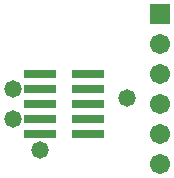
<source format=gts>
G04 Layer_Color=8388736*
%FSLAX25Y25*%
%MOIN*%
G70*
G01*
G75*
%ADD10R,0.11024X0.02953*%
%ADD18R,0.06706X0.06706*%
%ADD19C,0.06706*%
%ADD20C,0.05800*%
D10*
X18008Y39500D02*
D03*
X33992D02*
D03*
X18008Y34500D02*
D03*
X33992D02*
D03*
X18008Y29500D02*
D03*
X33992D02*
D03*
X18008Y24500D02*
D03*
X33992D02*
D03*
X18008Y19500D02*
D03*
X33992D02*
D03*
D18*
X58000Y59500D02*
D03*
D19*
Y49500D02*
D03*
Y39500D02*
D03*
Y29500D02*
D03*
Y19500D02*
D03*
Y9500D02*
D03*
D20*
X47000Y31500D02*
D03*
X18000Y14000D02*
D03*
X9000Y24500D02*
D03*
Y34500D02*
D03*
M02*

</source>
